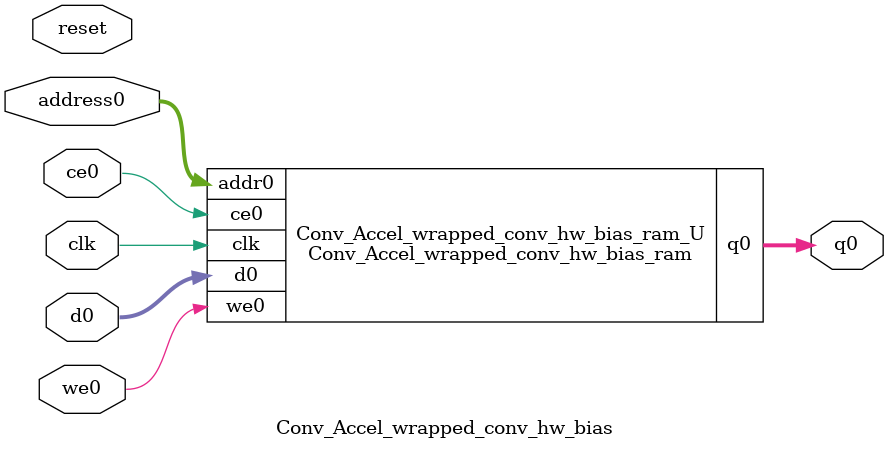
<source format=v>

`timescale 1 ns / 1 ps
module Conv_Accel_wrapped_conv_hw_bias_ram (addr0, ce0, d0, we0, q0,  clk);

parameter DWIDTH = 32;
parameter AWIDTH = 4;
parameter MEM_SIZE = 10;

input[AWIDTH-1:0] addr0;
input ce0;
input[DWIDTH-1:0] d0;
input we0;
output reg[DWIDTH-1:0] q0;
input clk;

(* ram_style = "distributed" *)reg [DWIDTH-1:0] ram[MEM_SIZE-1:0];




always @(posedge clk)  
begin 
    if (ce0) 
    begin
        if (we0) 
        begin 
            ram[addr0] <= d0; 
            q0 <= d0;
        end 
        else 
            q0 <= ram[addr0];
    end
end


endmodule


`timescale 1 ns / 1 ps
module Conv_Accel_wrapped_conv_hw_bias(
    reset,
    clk,
    address0,
    ce0,
    we0,
    d0,
    q0);

parameter DataWidth = 32'd32;
parameter AddressRange = 32'd10;
parameter AddressWidth = 32'd4;
input reset;
input clk;
input[AddressWidth - 1:0] address0;
input ce0;
input we0;
input[DataWidth - 1:0] d0;
output[DataWidth - 1:0] q0;



Conv_Accel_wrapped_conv_hw_bias_ram Conv_Accel_wrapped_conv_hw_bias_ram_U(
    .clk( clk ),
    .addr0( address0 ),
    .ce0( ce0 ),
    .d0( d0 ),
    .we0( we0 ),
    .q0( q0 ));

endmodule


</source>
